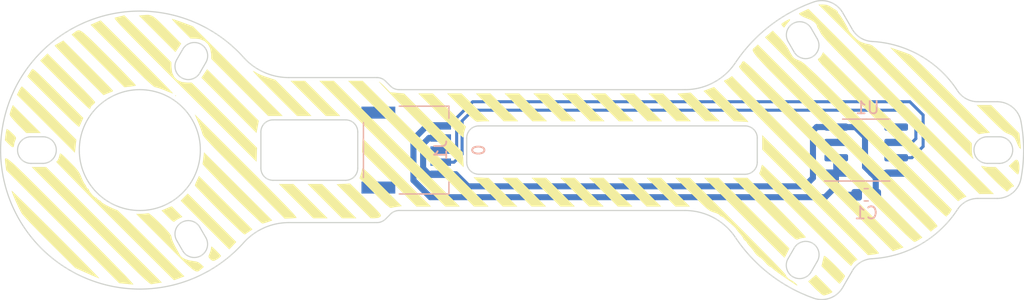
<source format=kicad_pcb>
(kicad_pcb (version 20171130) (host pcbnew "(5.1.6)-1")

  (general
    (thickness 1.6)
    (drawings 73)
    (tracks 50)
    (zones 0)
    (modules 4)
    (nets 7)
  )

  (page A4)
  (layers
    (0 F.Cu signal)
    (31 B.Cu signal)
    (32 B.Adhes user)
    (33 F.Adhes user)
    (34 B.Paste user)
    (35 F.Paste user)
    (36 B.SilkS user)
    (37 F.SilkS user)
    (38 B.Mask user)
    (39 F.Mask user)
    (40 Dwgs.User user)
    (41 Cmts.User user)
    (42 Eco1.User user)
    (43 Eco2.User user)
    (44 Edge.Cuts user)
    (45 Margin user)
    (46 B.CrtYd user)
    (47 F.CrtYd user)
    (48 B.Fab user)
    (49 F.Fab user)
  )

  (setup
    (last_trace_width 0.25)
    (trace_clearance 0.2)
    (zone_clearance 0.508)
    (zone_45_only no)
    (trace_min 0.2)
    (via_size 0.8)
    (via_drill 0.4)
    (via_min_size 0.4)
    (via_min_drill 0.3)
    (uvia_size 0.3)
    (uvia_drill 0.1)
    (uvias_allowed no)
    (uvia_min_size 0.2)
    (uvia_min_drill 0.1)
    (edge_width 0.05)
    (segment_width 0.2)
    (pcb_text_width 0.3)
    (pcb_text_size 1.5 1.5)
    (mod_edge_width 0.12)
    (mod_text_size 1 1)
    (mod_text_width 0.15)
    (pad_size 1.524 1.524)
    (pad_drill 0.762)
    (pad_to_mask_clearance 0.05)
    (aux_axis_origin 0 0)
    (visible_elements 7FFFFFFF)
    (pcbplotparams
      (layerselection 0x010f0_ffffffff)
      (usegerberextensions true)
      (usegerberattributes false)
      (usegerberadvancedattributes false)
      (creategerberjobfile true)
      (excludeedgelayer true)
      (linewidth 0.100000)
      (plotframeref false)
      (viasonmask false)
      (mode 1)
      (useauxorigin false)
      (hpglpennumber 1)
      (hpglpenspeed 20)
      (hpglpendiameter 15.000000)
      (psnegative false)
      (psa4output false)
      (plotreference true)
      (plotvalue false)
      (plotinvisibletext false)
      (padsonsilk false)
      (subtractmaskfromsilk true)
      (outputformat 1)
      (mirror false)
      (drillshape 0)
      (scaleselection 1)
      (outputdirectory "outputs/"))
  )

  (net 0 "")
  (net 1 GND)
  (net 2 SCL)
  (net 3 +3V3)
  (net 4 SDA2)
  (net 5 "Net-(U1-Pad5)")
  (net 6 "Net-(U1-Pad3)")

  (net_class Default "This is the default net class."
    (clearance 0.2)
    (trace_width 0.25)
    (via_dia 0.8)
    (via_drill 0.4)
    (uvia_dia 0.3)
    (uvia_drill 0.1)
    (add_net "Net-(U1-Pad3)")
    (add_net "Net-(U1-Pad5)")
    (add_net SCL)
    (add_net SDA2)
  )

  (net_class power ""
    (clearance 0.2)
    (trace_width 0.5)
    (via_dia 0.8)
    (via_drill 0.4)
    (uvia_dia 0.3)
    (uvia_drill 0.1)
    (add_net +3V3)
    (add_net GND)
  )

  (module Aesthetics:topmask (layer F.Cu) (tedit 0) (tstamp 61C43928)
    (at 148.8 96.7)
    (fp_text reference G*** (at 0 0) (layer F.SilkS) hide
      (effects (font (size 1.524 1.524) (thickness 0.3)))
    )
    (fp_text value LOGO (at 0.75 0) (layer F.SilkS) hide
      (effects (font (size 1.524 1.524) (thickness 0.3)))
    )
    (fp_poly (pts (xy 26.724915 9.308783) (xy 26.979061 9.567356) (xy 27.190045 9.788426) (xy 27.33817 9.950876)
      (xy 27.403743 10.03359) (xy 27.405263 10.038214) (xy 27.342143 10.093877) (xy 27.18634 10.169916)
      (xy 26.988191 10.246596) (xy 26.798033 10.304182) (xy 26.677895 10.323392) (xy 26.574853 10.272948)
      (xy 26.397172 10.136441) (xy 26.171873 9.936106) (xy 25.978455 9.747807) (xy 25.409224 9.172222)
      (xy 25.726895 8.898908) (xy 26.044566 8.625593) (xy 26.724915 9.308783)) (layer F.SilkS) (width 0.01))
    (fp_poly (pts (xy 19.58939 4.550599) (xy 20.22438 5.187499) (xy 20.827823 5.795667) (xy 21.391581 6.366724)
      (xy 21.907513 6.892287) (xy 22.367483 7.363975) (xy 22.763352 7.773408) (xy 23.08698 8.112202)
      (xy 23.33023 8.371978) (xy 23.484962 8.544353) (xy 23.543039 8.620947) (xy 23.543275 8.622448)
      (xy 23.603094 8.765316) (xy 23.750888 8.923685) (xy 23.939164 9.052129) (xy 24.032844 9.090694)
      (xy 24.141156 9.148825) (xy 24.279094 9.252259) (xy 24.409831 9.368187) (xy 24.49654 9.4638)
      (xy 24.502394 9.506289) (xy 24.499507 9.506433) (xy 24.422761 9.468578) (xy 24.266258 9.372089)
      (xy 24.159951 9.302193) (xy 23.661406 8.964525) (xy 23.229216 8.665463) (xy 22.876744 8.41458)
      (xy 22.617349 8.221449) (xy 22.464393 8.095645) (xy 22.437125 8.067688) (xy 22.315777 7.968478)
      (xy 22.246099 7.946784) (xy 22.15495 7.893614) (xy 22.005028 7.754575) (xy 21.837925 7.570259)
      (xy 21.646472 7.363967) (xy 21.464489 7.202217) (xy 21.346304 7.12753) (xy 21.199724 7.02487)
      (xy 21.040794 6.846782) (xy 20.991001 6.774332) (xy 20.816852 6.531173) (xy 20.617748 6.296543)
      (xy 20.579769 6.257277) (xy 20.43877 6.099936) (xy 20.357526 5.977632) (xy 20.349708 5.949847)
      (xy 20.291596 5.857473) (xy 20.20117 5.792983) (xy 20.083128 5.691739) (xy 20.052632 5.617055)
      (xy 20.005291 5.51371) (xy 19.882815 5.346031) (xy 19.755556 5.19883) (xy 19.596235 5.017619)
      (xy 19.488413 4.878454) (xy 19.45848 4.822044) (xy 19.405572 4.750197) (xy 19.266857 4.614667)
      (xy 19.072345 4.444771) (xy 19.072007 4.444489) (xy 18.841435 4.249684) (xy 18.630447 4.067438)
      (xy 18.504145 3.954825) (xy 18.352704 3.839183) (xy 18.234244 3.78787) (xy 18.230142 3.787719)
      (xy 18.123912 3.728319) (xy 18.097349 3.68301) (xy 18.008968 3.60791) (xy 17.82072 3.519928)
      (xy 17.625222 3.453952) (xy 17.488358 3.410768) (xy 17.362487 3.357494) (xy 17.231757 3.281037)
      (xy 17.080312 3.168303) (xy 16.892302 3.006199) (xy 16.651871 2.781633) (xy 16.343168 2.48151)
      (xy 15.950339 2.092737) (xy 15.819298 1.962417) (xy 14.445322 0.59523) (xy 15.040414 0.594691)
      (xy 15.635505 0.594152) (xy 19.58939 4.550599)) (layer F.SilkS) (width 0.01))
    (fp_poly (pts (xy -40.801081 -1.004171) (xy -40.691041 -0.940249) (xy -40.539006 -0.825632) (xy -40.339136 -0.655371)
      (xy -40.085589 -0.424517) (xy -39.772526 -0.128121) (xy -39.394105 0.238764) (xy -38.944487 0.681089)
      (xy -38.41783 1.2038) (xy -37.808294 1.811846) (xy -37.110038 2.510177) (xy -36.317223 3.303741)
      (xy -35.537912 4.083557) (xy -34.641278 4.981758) (xy -33.820322 5.806859) (xy -33.078144 6.555676)
      (xy -32.417846 7.225025) (xy -31.84253 7.811721) (xy -31.355295 8.312581) (xy -30.959244 8.72442)
      (xy -30.657478 9.044054) (xy -30.453098 9.268299) (xy -30.349204 9.39397) (xy -30.339082 9.421619)
      (xy -30.487024 9.408902) (xy -30.728852 9.385957) (xy -30.995753 9.359408) (xy -31.50408 9.307741)
      (xy -36.17052 4.635303) (xy -40.83696 -0.037134) (xy -40.886103 -0.447814) (xy -40.906494 -0.600204)
      (xy -40.925773 -0.736538) (xy -40.9381 -0.851868) (xy -40.937635 -0.941245) (xy -40.918537 -0.99972)
      (xy -40.874966 -1.022344) (xy -40.801081 -1.004171)) (layer F.SilkS) (width 0.01))
    (fp_poly (pts (xy -32.763721 4.482185) (xy -27.984891 9.261445) (xy -28.326312 9.308242) (xy -28.573524 9.345994)
      (xy -28.783785 9.38451) (xy -28.83489 9.39589) (xy -28.875855 9.390777) (xy -28.941667 9.356555)
      (xy -29.038478 9.287322) (xy -29.172439 9.177179) (xy -29.349703 9.020224) (xy -29.57642 8.810558)
      (xy -29.858743 8.54228) (xy -30.202823 8.20949) (xy -30.614811 7.806288) (xy -31.100859 7.326773)
      (xy -31.667118 6.765046) (xy -32.319741 6.115204) (xy -33.064879 5.371349) (xy -33.866454 4.569832)
      (xy -38.730861 -0.297076) (xy -37.54255 -0.297076) (xy -32.763721 4.482185)) (layer F.SilkS) (width 0.01))
    (fp_poly (pts (xy 26.775143 7.065983) (xy 26.931055 7.179567) (xy 27.176138 7.396791) (xy 27.505815 7.713805)
      (xy 27.594067 7.801368) (xy 27.880997 8.091228) (xy 28.126636 8.346517) (xy 28.313261 8.548237)
      (xy 28.423148 8.677392) (xy 28.445029 8.71353) (xy 28.405935 8.805697) (xy 28.310081 8.962133)
      (xy 28.189616 9.136614) (xy 28.076686 9.282913) (xy 28.003438 9.354805) (xy 27.998022 9.356309)
      (xy 27.934526 9.307153) (xy 27.786871 9.171166) (xy 27.575079 8.967395) (xy 27.319174 8.714883)
      (xy 27.233355 8.62902) (xy 26.507215 7.900146) (xy 26.59503 7.533553) (xy 26.651981 7.299346)
      (xy 26.698121 7.115733) (xy 26.712975 7.059889) (xy 26.775143 7.065983)) (layer F.SilkS) (width 0.01))
    (fp_poly (pts (xy -36.318957 -1.403654) (xy -36.21644 -1.328396) (xy -36.053129 -1.178299) (xy -35.812249 -0.942023)
      (xy -35.607065 -0.737784) (xy -35.288241 -0.414713) (xy -35.057183 -0.163919) (xy -34.892333 0.042875)
      (xy -34.77213 0.233946) (xy -34.675015 0.437572) (xy -34.634053 0.538407) (xy -34.523281 0.798248)
      (xy -34.41826 1.006757) (xy -34.340703 1.121081) (xy -34.337307 1.124084) (xy -34.249864 1.251867)
      (xy -34.238011 1.311132) (xy -34.178083 1.426853) (xy -34.126608 1.458523) (xy -34.028227 1.535769)
      (xy -34.015204 1.575475) (xy -33.967773 1.691526) (xy -33.850462 1.858227) (xy -33.700749 2.032155)
      (xy -33.556112 2.16989) (xy -33.454027 2.228011) (xy -33.451946 2.22807) (xy -33.3572 2.27125)
      (xy -33.346783 2.304177) (xy -33.285305 2.384005) (xy -33.161111 2.450877) (xy -33.023309 2.530102)
      (xy -32.975438 2.602395) (xy -32.913466 2.660574) (xy -32.751197 2.761005) (xy -32.524101 2.885684)
      (xy -32.267649 3.016607) (xy -32.017311 3.135771) (xy -31.808557 3.225171) (xy -31.676858 3.266804)
      (xy -31.664411 3.267836) (xy -31.601162 3.318866) (xy -31.443167 3.46544) (xy -31.200427 3.697781)
      (xy -30.882942 4.006115) (xy -30.50071 4.380667) (xy -30.063732 4.811661) (xy -29.582008 5.289323)
      (xy -29.065538 5.803877) (xy -28.862343 6.006953) (xy -26.123977 8.746069) (xy -26.544599 8.903444)
      (xy -26.768878 8.986451) (xy -26.927587 9.043477) (xy -26.981213 9.060819) (xy -27.034842 9.009495)
      (xy -27.186155 8.860378) (xy -27.427847 8.620751) (xy -27.752614 8.297894) (xy -28.153151 7.89909)
      (xy -28.622151 7.431621) (xy -29.152311 6.902768) (xy -29.736326 6.319815) (xy -30.366889 5.690041)
      (xy -31.036697 5.02073) (xy -31.738444 4.319164) (xy -31.898538 4.159064) (xy -32.604393 3.452164)
      (xy -33.277829 2.775811) (xy -33.911732 2.137258) (xy -34.498986 1.543761) (xy -35.032478 1.002575)
      (xy -35.505092 0.520953) (xy -35.909715 0.106152) (xy -36.23923 -0.234575) (xy -36.486525 -0.493973)
      (xy -36.644483 -0.664787) (xy -36.705991 -0.739762) (xy -36.705653 -0.74269) (xy -36.600525 -0.81501)
      (xy -36.502062 -1.024175) (xy -36.429494 -1.293803) (xy -36.40871 -1.375016) (xy -36.377456 -1.415413)
      (xy -36.318957 -1.403654)) (layer F.SilkS) (width 0.01))
    (fp_poly (pts (xy -40.327133 1.71044) (xy -40.175747 1.854434) (xy -39.936494 2.086826) (xy -39.617879 2.399221)
      (xy -39.228404 2.783223) (xy -38.776574 3.230434) (xy -38.270892 3.73246) (xy -37.719861 4.280904)
      (xy -37.131986 4.86737) (xy -36.723071 5.276052) (xy -36.11742 5.882743) (xy -35.54543 6.457555)
      (xy -35.015346 6.992085) (xy -34.535415 7.477928) (xy -34.113885 7.90668) (xy -33.759002 8.269937)
      (xy -33.479013 8.559295) (xy -33.282165 8.766349) (xy -33.176704 8.882696) (xy -33.161395 8.905711)
      (xy -33.252911 8.874478) (xy -33.453002 8.7933) (xy -33.734895 8.673422) (xy -34.071816 8.526088)
      (xy -34.18439 8.476088) (xy -35.133399 8.053035) (xy -37.216365 5.976079) (xy -37.684967 5.506407)
      (xy -38.128172 5.057576) (xy -38.533034 4.643039) (xy -38.886604 4.276247) (xy -39.175936 3.970653)
      (xy -39.388081 3.73971) (xy -39.510094 3.59687) (xy -39.522822 3.579657) (xy -39.618003 3.420686)
      (xy -39.743276 3.179937) (xy -39.885391 2.88696) (xy -40.031098 2.571307) (xy -40.167147 2.262525)
      (xy -40.280288 1.990166) (xy -40.35727 1.783779) (xy -40.384843 1.672913) (xy -40.382149 1.663241)
      (xy -40.327133 1.71044)) (layer F.SilkS) (width 0.01))
    (fp_poly (pts (xy -29.023333 3.552763) (xy -28.863941 3.678079) (xy -28.637488 3.877775) (xy -28.362252 4.135823)
      (xy -28.102729 4.389941) (xy -27.757626 4.738345) (xy -27.507541 5.002346) (xy -27.338797 5.198781)
      (xy -27.237716 5.344486) (xy -27.190623 5.456295) (xy -27.182456 5.522783) (xy -27.146872 5.685479)
      (xy -27.052173 5.930312) (xy -26.916437 6.212513) (xy -26.867106 6.303722) (xy -26.713882 6.580049)
      (xy -26.581318 6.821345) (xy -26.491654 6.987056) (xy -26.475176 7.018421) (xy -26.323263 7.178832)
      (xy -26.062515 7.321725) (xy -25.732634 7.429901) (xy -25.4 7.484161) (xy -25.116525 7.526377)
      (xy -24.912749 7.614331) (xy -24.755544 7.741552) (xy -24.519568 7.965458) (xy -24.723399 8.136971)
      (xy -24.825869 8.224233) (xy -24.915914 8.292409) (xy -25.003802 8.334076) (xy -25.099804 8.341808)
      (xy -25.214187 8.308182) (xy -25.357223 8.225775) (xy -25.53918 8.087162) (xy -25.770327 7.884919)
      (xy -26.060934 7.611623) (xy -26.42127 7.259851) (xy -26.861604 6.822177) (xy -27.392207 6.291178)
      (xy -27.69202 5.990913) (xy -30.095443 3.584701) (xy -29.633606 3.574261) (xy -29.378625 3.561784)
      (xy -29.181962 3.53989) (xy -29.097386 3.51785) (xy -29.023333 3.552763)) (layer F.SilkS) (width 0.01))
    (fp_poly (pts (xy 21.666204 -0.433247) (xy 21.822263 -0.28999) (xy 22.066613 -0.057585) (xy 22.391011 0.255899)
      (xy 22.787215 0.642391) (xy 23.246982 1.093822) (xy 23.762071 1.602122) (xy 24.324238 2.159222)
      (xy 24.925241 2.75705) (xy 25.556837 3.387537) (xy 25.586992 3.417694) (xy 26.218421 4.049929)
      (xy 26.817559 4.651235) (xy 27.376351 5.213444) (xy 27.886746 5.728385) (xy 28.340687 6.18789)
      (xy 28.730122 6.583787) (xy 29.046996 6.907908) (xy 29.283256 7.152083) (xy 29.430848 7.308142)
      (xy 29.481717 7.367916) (xy 29.48157 7.368236) (xy 29.396175 7.416957) (xy 29.299123 7.47011)
      (xy 29.14741 7.60322) (xy 29.077272 7.711484) (xy 28.99236 7.83645) (xy 28.928461 7.872515)
      (xy 28.864831 7.821264) (xy 28.704888 7.673052) (xy 28.457109 7.436194) (xy 28.129972 7.119001)
      (xy 27.731954 6.729786) (xy 27.271533 6.276862) (xy 26.757186 5.768543) (xy 26.197391 5.21314)
      (xy 25.600625 4.618966) (xy 25.070817 4.089823) (xy 24.317202 3.335063) (xy 23.663955 2.678431)
      (xy 23.105435 2.114013) (xy 22.635998 1.635891) (xy 22.250002 1.23815) (xy 21.941806 0.914875)
      (xy 21.705765 0.660149) (xy 21.536239 0.468058) (xy 21.427584 0.332685) (xy 21.374159 0.248114)
      (xy 21.369561 0.209268) (xy 21.436218 0.074207) (xy 21.495211 -0.130933) (xy 21.502651 -0.167926)
      (xy 21.548759 -0.356137) (xy 21.597055 -0.469705) (xy 21.606678 -0.479286) (xy 21.666204 -0.433247)) (layer F.SilkS) (width 0.01))
    (fp_poly (pts (xy -23.79746 6.333007) (xy -23.648878 6.469904) (xy -23.50614 6.609942) (xy -23.312444 6.80656)
      (xy -23.168428 6.962901) (xy -23.100002 7.050568) (xy -23.097661 7.057619) (xy -23.155158 7.134316)
      (xy -23.295461 7.246869) (xy -23.470284 7.361283) (xy -23.631342 7.443565) (xy -23.661087 7.454283)
      (xy -23.821121 7.446319) (xy -23.988777 7.315616) (xy -24.098496 7.18638) (xy -24.1237 7.082433)
      (xy -24.072058 6.935936) (xy -24.039506 6.866792) (xy -23.95572 6.639291) (xy -23.915288 6.427735)
      (xy -23.91462 6.405719) (xy -23.908784 6.311687) (xy -23.876913 6.283859) (xy -23.79746 6.333007)) (layer F.SilkS) (width 0.01))
    (fp_poly (pts (xy 20.932602 3.516518) (xy 23.854265 6.438883) (xy 23.660385 6.821488) (xy 23.553428 7.027071)
      (xy 23.475852 7.165954) (xy 23.448875 7.204094) (xy 23.394724 7.15302) (xy 23.244531 7.005714)
      (xy 23.007214 6.771048) (xy 22.691689 6.457893) (xy 22.306875 6.075121) (xy 21.861689 5.631605)
      (xy 21.365049 5.136217) (xy 20.825873 4.597828) (xy 20.253078 4.025311) (xy 20.126901 3.899123)
      (xy 16.822556 0.594152) (xy 18.010939 0.594152) (xy 20.932602 3.516518)) (layer F.SilkS) (width 0.01))
    (fp_poly (pts (xy 26.475144 1.929238) (xy 27.356927 2.812455) (xy 28.155604 3.615543) (xy 28.86863 4.335884)
      (xy 29.49346 4.970858) (xy 30.027549 5.517843) (xy 30.468354 5.974221) (xy 30.813329 6.337371)
      (xy 31.059929 6.604674) (xy 31.205611 6.77351) (xy 31.247828 6.841259) (xy 31.246928 6.842103)
      (xy 31.125822 6.878635) (xy 30.912436 6.918391) (xy 30.747369 6.941125) (xy 30.338889 6.98972)
      (xy 21.612281 -1.74579) (xy 21.612281 -2.9332) (xy 26.475144 1.929238)) (layer F.SilkS) (width 0.01))
    (fp_poly (pts (xy 33.272196 6.35) (xy 32.4009 6.666984) (xy 25.400062 -0.334149) (xy 24.446473 -1.288772)
      (xy 23.546622 -2.191584) (xy 22.704919 -3.038092) (xy 21.925773 -3.8238) (xy 21.213592 -4.544215)
      (xy 20.572785 -5.194843) (xy 20.007762 -5.771189) (xy 19.522931 -6.268759) (xy 19.1227 -6.68306)
      (xy 18.811479 -7.009596) (xy 18.593677 -7.243874) (xy 18.473701 -7.381399) (xy 18.450486 -7.418225)
      (xy 18.549478 -7.4962) (xy 18.578737 -7.50117) (xy 18.685709 -7.541119) (xy 18.849129 -7.639363)
      (xy 18.879293 -7.660364) (xy 19.10286 -7.819558) (xy 33.272196 6.35)) (layer F.SilkS) (width 0.01))
    (fp_poly (pts (xy -23.841305 3.901176) (xy -21.840761 5.904386) (xy -22.412885 6.512388) (xy -26.421081 2.488012)
      (xy -26.131465 2.192989) (xy -25.841848 1.897966) (xy -23.841305 3.901176)) (layer F.SilkS) (width 0.01))
    (fp_poly (pts (xy 20.069815 -9.051957) (xy 20.125609 -9.022688) (xy 20.211241 -8.960881) (xy 20.331643 -8.86174)
      (xy 20.491747 -8.720469) (xy 20.696484 -8.532272) (xy 20.950788 -8.292355) (xy 21.259588 -7.99592)
      (xy 21.627818 -7.638173) (xy 22.060409 -7.214317) (xy 22.562293 -6.719557) (xy 23.138403 -6.149096)
      (xy 23.793669 -5.49814) (xy 24.533023 -4.761892) (xy 25.361398 -3.935557) (xy 26.283726 -3.014338)
      (xy 27.304938 -1.993441) (xy 27.502059 -1.796302) (xy 34.830359 5.533041) (xy 34.589887 5.692567)
      (xy 34.391614 5.81005) (xy 34.219329 5.889876) (xy 34.200095 5.896167) (xy 34.162683 5.886647)
      (xy 34.092526 5.841668) (xy 33.984895 5.756622) (xy 33.835064 5.626901) (xy 33.638306 5.447899)
      (xy 33.389893 5.215009) (xy 33.085099 4.923623) (xy 32.719195 4.569134) (xy 32.287456 4.146936)
      (xy 31.785153 3.652421) (xy 31.20756 3.080982) (xy 30.54995 2.428013) (xy 29.807594 1.688905)
      (xy 28.975768 0.859052) (xy 28.049742 -0.066154) (xy 27.02479 -1.091319) (xy 26.810329 -1.305934)
      (xy 25.794049 -2.323086) (xy 24.877756 -3.240444) (xy 24.05641 -4.063252) (xy 23.32497 -4.796755)
      (xy 22.678397 -5.446198) (xy 22.111652 -6.016826) (xy 21.619695 -6.513882) (xy 21.197486 -6.942612)
      (xy 20.839986 -7.308259) (xy 20.542154 -7.61607) (xy 20.298953 -7.871288) (xy 20.105341 -8.079158)
      (xy 19.956279 -8.244924) (xy 19.846728 -8.373832) (xy 19.771648 -8.471125) (xy 19.725999 -8.542049)
      (xy 19.704742 -8.591848) (xy 19.702837 -8.625767) (xy 19.715245 -8.649049) (xy 19.736925 -8.666941)
      (xy 19.736989 -8.666985) (xy 19.861461 -8.78592) (xy 19.904094 -8.881592) (xy 19.962563 -8.994959)
      (xy 20.038927 -9.053484) (xy 20.069815 -9.051957)) (layer F.SilkS) (width 0.01))
    (fp_poly (pts (xy 22.82246 3.029765) (xy 23.315732 3.525393) (xy 23.773307 3.989388) (xy 24.185084 4.411202)
      (xy 24.540962 4.780284) (xy 24.83084 5.086087) (xy 25.044617 5.318062) (xy 25.172193 5.46566)
      (xy 25.204836 5.517777) (xy 25.097364 5.557787) (xy 24.960575 5.570633) (xy 24.747646 5.606372)
      (xy 24.573539 5.672929) (xy 24.527485 5.694278) (xy 24.479418 5.702554) (xy 24.420052 5.68946)
      (xy 24.3401 5.646697) (xy 24.230278 5.565968) (xy 24.081301 5.438975) (xy 23.883882 5.25742)
      (xy 23.628736 5.013006) (xy 23.306578 4.697435) (xy 22.908122 4.302409) (xy 22.424082 3.819631)
      (xy 21.845174 3.240802) (xy 21.788849 3.18446) (xy 19.199334 0.594152) (xy 20.387686 0.594152)
      (xy 22.82246 3.029765)) (layer F.SilkS) (width 0.01))
    (fp_poly (pts (xy -22.705701 2.657797) (xy -20.500436 4.86462) (xy -20.77785 5.046586) (xy -20.965174 5.17053)
      (xy -21.10464 5.264699) (xy -21.133259 5.284738) (xy -21.203679 5.247339) (xy -21.368722 5.111578)
      (xy -21.619582 4.885704) (xy -21.947451 4.577964) (xy -22.343522 4.196606) (xy -22.798988 3.749879)
      (xy -23.231359 3.319818) (xy -23.681141 2.86794) (xy -24.096063 2.447474) (xy -24.464727 2.070244)
      (xy -24.775736 1.748072) (xy -25.017694 1.49278) (xy -25.179204 1.316191) (xy -25.24887 1.230129)
      (xy -25.250783 1.224941) (xy -25.220091 1.12041) (xy -25.142307 0.9336) (xy -25.080535 0.801071)
      (xy -24.910966 0.450973) (xy -22.705701 2.657797)) (layer F.SilkS) (width 0.01))
    (fp_poly (pts (xy 28.726413 -2.943089) (xy 29.766794 -1.901625) (xy 30.706848 -0.960012) (xy 31.551441 -0.11323)
      (xy 32.305438 0.643741) (xy 32.973705 1.315922) (xy 33.561109 1.908331) (xy 34.072515 2.425991)
      (xy 34.512788 2.87392) (xy 34.886796 3.257139) (xy 35.199402 3.580667) (xy 35.455475 3.849526)
      (xy 35.659878 4.068735) (xy 35.817479 4.243314) (xy 35.933142 4.378283) (xy 36.011735 4.478663)
      (xy 36.058122 4.549474) (xy 36.077169 4.595735) (xy 36.073743 4.622467) (xy 36.06622 4.629429)
      (xy 35.909161 4.738079) (xy 35.727559 4.877925) (xy 35.727035 4.878352) (xy 35.52777 5.040622)
      (xy 28.116285 -2.371142) (xy 27.078955 -3.40821) (xy 26.141503 -4.345159) (xy 25.299166 -5.187297)
      (xy 24.547185 -5.939929) (xy 23.880799 -6.608363) (xy 23.295247 -7.197905) (xy 22.785769 -7.713861)
      (xy 22.347603 -8.161539) (xy 21.975989 -8.546245) (xy 21.666165 -8.873285) (xy 21.413373 -9.147966)
      (xy 21.21285 -9.375596) (xy 21.059835 -9.561479) (xy 20.949569 -9.710924) (xy 20.87729 -9.829237)
      (xy 20.838238 -9.921724) (xy 20.827651 -9.993691) (xy 20.84077 -10.050447) (xy 20.872833 -10.097297)
      (xy 20.91908 -10.139548) (xy 20.974749 -10.182506) (xy 21.03508 -10.231478) (xy 21.051318 -10.246202)
      (xy 21.246685 -10.428954) (xy 28.726413 -2.943089)) (layer F.SilkS) (width 0.01))
    (fp_poly (pts (xy -18.864077 4.121447) (xy -19.21698 4.245903) (xy -19.444661 4.319793) (xy -19.625792 4.367389)
      (xy -19.681708 4.376115) (xy -19.755445 4.326164) (xy -19.922581 4.180839) (xy -20.17224 3.950549)
      (xy -20.493544 3.645704) (xy -20.875616 3.276713) (xy -21.30758 2.853985) (xy -21.778559 2.38793)
      (xy -22.217317 1.949561) (xy -22.710222 1.452874) (xy -23.168502 0.987115) (xy -23.581899 0.562995)
      (xy -23.940155 0.191228) (xy -24.233011 -0.117476) (xy -24.450209 -0.352404) (xy -24.58149 -0.502844)
      (xy -24.617753 -0.557017) (xy -24.597302 -0.666626) (xy -24.568458 -0.873685) (xy -24.544817 -1.069764)
      (xy -24.495227 -1.508241) (xy -18.864077 4.121447)) (layer F.SilkS) (width 0.01))
    (fp_poly (pts (xy -26.729857 3.386152) (xy -26.29028 3.821142) (xy -26.569263 3.960399) (xy -26.765118 4.072083)
      (xy -26.906733 4.177395) (xy -26.928073 4.200034) (xy -26.987135 4.227278) (xy -27.084657 4.184074)
      (xy -27.239667 4.057202) (xy -27.471194 3.833443) (xy -27.505794 3.798676) (xy -28.003686 3.296939)
      (xy -27.169434 2.951161) (xy -26.729857 3.386152)) (layer F.SilkS) (width 0.01))
    (fp_poly (pts (xy -20.981365 -0.371345) (xy -20.190028 0.420206) (xy -19.498887 1.113314) (xy -18.902356 1.713811)
      (xy -18.39485 2.227531) (xy -17.970781 2.660307) (xy -17.624565 3.017971) (xy -17.350614 3.306357)
      (xy -17.143343 3.531297) (xy -16.997166 3.698625) (xy -16.906495 3.814173) (xy -16.865745 3.883775)
      (xy -16.869331 3.913263) (xy -16.876345 3.915037) (xy -17.048143 3.928317) (xy -17.296208 3.94424)
      (xy -17.435038 3.952172) (xy -17.825338 3.973392) (xy -21.202866 0.594152) (xy -21.898173 -0.102358)
      (xy -22.494931 -0.702263) (xy -23.000371 -1.213243) (xy -23.421723 -1.642971) (xy -23.766216 -1.999127)
      (xy -24.041081 -2.289386) (xy -24.253547 -2.521425) (xy -24.410845 -2.702921) (xy -24.520205 -2.841551)
      (xy -24.588857 -2.944991) (xy -24.62403 -3.020918) (xy -24.630293 -3.045029) (xy -24.681713 -3.227939)
      (xy -24.777696 -3.500338) (xy -24.901587 -3.816378) (xy -24.967485 -3.973392) (xy -25.254777 -4.641813)
      (xy -20.981365 -0.371345)) (layer F.SilkS) (width 0.01))
    (fp_poly (pts (xy -15.707894 2.525146) (xy -14.298249 3.936257) (xy -15.486554 3.936257) (xy -18.305844 1.114035)
      (xy -17.11754 1.114035) (xy -15.707894 2.525146)) (layer F.SilkS) (width 0.01))
    (fp_poly (pts (xy -11.921641 3.936257) (xy -13.109945 3.936257) (xy -15.929235 1.114035) (xy -14.740931 1.114035)
      (xy -11.921641 3.936257)) (layer F.SilkS) (width 0.01))
    (fp_poly (pts (xy -11.124195 2.369843) (xy -10.717889 2.772348) (xy -10.40688 3.084376) (xy -10.180132 3.31916)
      (xy -10.026608 3.489935) (xy -9.935268 3.609936) (xy -9.895076 3.692396) (xy -9.894995 3.750551)
      (xy -9.923985 3.797634) (xy -9.928835 3.803104) (xy -10.103766 3.904102) (xy -10.391337 3.936257)
      (xy -10.733337 3.936257) (xy -12.136451 2.531684) (xy -13.539566 1.12711) (xy -12.440058 1.069736)
      (xy -11.124195 2.369843)) (layer F.SilkS) (width 0.01))
    (fp_poly (pts (xy 23.006989 -11.042497) (xy 23.381115 -10.621392) (xy 23.689846 -10.190404) (xy 23.806172 -9.989181)
      (xy 23.97825 -9.669457) (xy 24.114313 -9.453504) (xy 24.243488 -9.311603) (xy 24.394904 -9.214035)
      (xy 24.597689 -9.131078) (xy 24.673258 -9.104472) (xy 24.738576 -9.078405) (xy 24.811695 -9.040359)
      (xy 24.898585 -8.984608) (xy 25.005217 -8.905426) (xy 25.137563 -8.797086) (xy 25.301593 -8.653862)
      (xy 25.503278 -8.470027) (xy 25.748589 -8.239855) (xy 26.043497 -7.95762) (xy 26.393972 -7.617594)
      (xy 26.805985 -7.214052) (xy 27.285507 -6.741266) (xy 27.838509 -6.193512) (xy 28.470962 -5.565061)
      (xy 29.188837 -4.850188) (xy 29.998104 -4.043167) (xy 30.904735 -3.13827) (xy 31.164494 -2.878919)
      (xy 37.263198 3.210522) (xy 37.156277 3.424852) (xy 37.062553 3.572932) (xy 36.981509 3.638957)
      (xy 36.978132 3.639181) (xy 36.898216 3.699827) (xy 36.852367 3.786623) (xy 36.832248 3.794894)
      (xy 36.784797 3.773115) (xy 36.705243 3.716637) (xy 36.588811 3.620815) (xy 36.430731 3.481)
      (xy 36.226229 3.292547) (xy 35.970532 3.050806) (xy 35.658867 2.751132) (xy 35.286463 2.388877)
      (xy 34.848545 1.959393) (xy 34.340343 1.458035) (xy 33.757082 0.880153) (xy 33.093991 0.221102)
      (xy 32.346296 -0.523767) (xy 31.509224 -1.359099) (xy 30.578004 -2.289543) (xy 29.547862 -3.319746)
      (xy 29.320274 -3.547441) (xy 21.842723 -11.028947) (xy 22.161392 -11.302439) (xy 22.48006 -11.57593)
      (xy 23.006989 -11.042497)) (layer F.SilkS) (width 0.01))
    (fp_poly (pts (xy -11.375737 -0.179078) (xy -11.281292 -0.117695) (xy -11.132382 0.006625) (xy -10.919143 0.202599)
      (xy -10.631712 0.478946) (xy -10.260224 0.844384) (xy -9.802116 1.300341) (xy -8.166805 2.933626)
      (xy -8.520976 2.980957) (xy -8.765752 3.019501) (xy -8.968494 3.061297) (xy -9.023684 3.076561)
      (xy -9.090313 3.074215) (xy -9.189154 3.024451) (xy -9.332705 2.916503) (xy -9.533461 2.7396)
      (xy -9.803918 2.482975) (xy -10.156571 2.13586) (xy -10.414424 1.87806) (xy -11.656626 0.631287)
      (xy -11.550286 0.334211) (xy -11.480937 0.098738) (xy -11.4429 -0.11092) (xy -11.440687 -0.147905)
      (xy -11.425581 -0.186242) (xy -11.375737 -0.179078)) (layer F.SilkS) (width 0.01))
    (fp_poly (pts (xy -8.578436 0.147752) (xy -5.756581 2.97076) (xy -6.945065 2.97076) (xy -11.444205 -1.530194)
      (xy -11.422249 -2.102725) (xy -11.400292 -2.675256) (xy -8.578436 0.147752)) (layer F.SilkS) (width 0.01))
    (fp_poly (pts (xy -8.57807 -2.22807) (xy -3.379637 2.97076) (xy -4.567941 2.97076) (xy -9.766374 -2.22807)
      (xy -14.964807 -7.426901) (xy -13.776502 -7.426901) (xy -8.57807 -2.22807)) (layer F.SilkS) (width 0.01))
    (fp_poly (pts (xy -6.201462 -2.22807) (xy -1.003029 2.97076) (xy -2.191333 2.97076) (xy -7.389766 -2.22807)
      (xy -12.588198 -7.426901) (xy -11.399894 -7.426901) (xy -6.201462 -2.22807)) (layer F.SilkS) (width 0.01))
    (fp_poly (pts (xy -1.608917 0.580684) (xy -0.990706 0.604351) (xy 0.190765 1.787556) (xy 1.372236 2.97076)
      (xy 0.183984 2.97076) (xy -1.021571 1.763889) (xy -2.227127 0.557018) (xy -1.608917 0.580684)) (layer F.SilkS) (width 0.01))
    (fp_poly (pts (xy 3.748844 2.97076) (xy 2.56054 2.97076) (xy 0.187414 0.594152) (xy 1.375718 0.594152)
      (xy 3.748844 2.97076)) (layer F.SilkS) (width 0.01))
    (fp_poly (pts (xy 6.125452 2.97076) (xy 4.937148 2.97076) (xy 2.564022 0.594152) (xy 3.752326 0.594152)
      (xy 6.125452 2.97076)) (layer F.SilkS) (width 0.01))
    (fp_poly (pts (xy 8.50206 2.97076) (xy 7.313756 2.97076) (xy 4.94063 0.594152) (xy 6.128934 0.594152)
      (xy 8.50206 2.97076)) (layer F.SilkS) (width 0.01))
    (fp_poly (pts (xy 9.692106 1.782456) (xy 10.878668 2.97076) (xy 9.690364 2.97076) (xy 7.317238 0.594152)
      (xy 8.505543 0.594152) (xy 9.692106 1.782456)) (layer F.SilkS) (width 0.01))
    (fp_poly (pts (xy 13.255277 2.97076) (xy 12.066973 2.97076) (xy 9.693847 0.594152) (xy 10.882151 0.594152)
      (xy 13.255277 2.97076)) (layer F.SilkS) (width 0.01))
    (fp_poly (pts (xy 15.631885 2.97076) (xy 14.443581 2.97076) (xy 12.070455 0.594152) (xy 13.258759 0.594152)
      (xy 15.631885 2.97076)) (layer F.SilkS) (width 0.01))
    (fp_poly (pts (xy 32.610127 -3.81882) (xy 33.39088 -3.037055) (xy 34.139918 -2.285155) (xy 34.850793 -1.569692)
      (xy 35.517057 -0.897239) (xy 36.132262 -0.274369) (xy 36.68996 0.292347) (xy 37.183701 0.796336)
      (xy 37.607039 1.231024) (xy 37.953524 1.589841) (xy 38.216709 1.866213) (xy 38.390145 2.053567)
      (xy 38.467384 2.145332) (xy 38.469845 2.153801) (xy 38.342229 2.193427) (xy 38.156241 2.292872)
      (xy 38.084046 2.339474) (xy 37.914729 2.451392) (xy 37.805774 2.517516) (xy 37.788121 2.525146)
      (xy 37.733691 2.473717) (xy 37.58097 2.323874) (xy 37.336649 2.082283) (xy 37.00742 1.755611)
      (xy 36.599976 1.350525) (xy 36.121007 0.873691) (xy 35.577207 0.331775) (xy 34.975268 -0.268555)
      (xy 34.321881 -0.920633) (xy 33.623738 -1.617793) (xy 32.887531 -2.353368) (xy 32.119953 -3.120691)
      (xy 31.916383 -3.324259) (xy 31.005399 -4.235525) (xy 30.194115 -5.047694) (xy 29.477017 -5.766515)
      (xy 28.848588 -6.397739) (xy 28.303314 -6.947116) (xy 27.835679 -7.420397) (xy 27.440166 -7.82333)
      (xy 27.111261 -8.161666) (xy 26.843447 -8.441156) (xy 26.63121 -8.667549) (xy 26.469033 -8.846596)
      (xy 26.351401 -8.984047) (xy 26.272799 -9.085651) (xy 26.22771 -9.157159) (xy 26.210619 -9.204321)
      (xy 26.216011 -9.232887) (xy 26.234981 -9.247212) (xy 26.383466 -9.363487) (xy 26.514509 -9.544919)
      (xy 26.520242 -9.556101) (xy 26.637852 -9.791441) (xy 32.610127 -3.81882)) (layer F.SilkS) (width 0.01))
    (fp_poly (pts (xy 40.73646 1.930994) (xy 39.547928 1.930994) (xy 33.070702 -4.548977) (xy 32.07707 -5.54355)
      (xy 31.183938 -6.438722) (xy 30.386301 -7.239647) (xy 29.679153 -7.951481) (xy 29.057489 -8.579381)
      (xy 28.516305 -9.128501) (xy 28.050594 -9.603996) (xy 27.655352 -10.011023) (xy 27.325573 -10.354737)
      (xy 27.056253 -10.640294) (xy 26.842386 -10.872849) (xy 26.678967 -11.057557) (xy 26.56099 -11.199575)
      (xy 26.483452 -11.304057) (xy 26.441345 -11.37616) (xy 26.440237 -11.378649) (xy 26.339136 -11.587479)
      (xy 26.250124 -11.734719) (xy 26.214845 -11.772944) (xy 26.152215 -11.877426) (xy 26.14269 -11.947798)
      (xy 26.075414 -12.119838) (xy 25.89386 -12.301467) (xy 25.62844 -12.468684) (xy 25.325731 -12.592512)
      (xy 25.089143 -12.682977) (xy 24.876152 -12.792052) (xy 24.718863 -12.899313) (xy 24.649384 -12.984337)
      (xy 24.661436 -13.015062) (xy 24.741894 -13.056384) (xy 24.913614 -13.139078) (xy 25.060338 -13.208204)
      (xy 25.426231 -13.379235) (xy 40.73646 1.930994)) (layer F.SilkS) (width 0.01))
    (fp_poly (pts (xy 39.808802 -0.371169) (xy 40.036825 -0.32798) (xy 40.326935 -0.301276) (xy 40.477445 -0.297076)
      (xy 40.887742 -0.297076) (xy 41.647672 0.465449) (xy 41.917401 0.739662) (xy 42.144987 0.977822)
      (xy 42.311771 1.15987) (xy 42.399098 1.265751) (xy 42.407603 1.282409) (xy 42.347549 1.331427)
      (xy 42.30159 1.336842) (xy 42.18187 1.390596) (xy 42.060215 1.507441) (xy 41.93523 1.648276)
      (xy 41.845632 1.726217) (xy 41.77206 1.690353) (xy 41.611354 1.562749) (xy 41.379968 1.358121)
      (xy 41.09436 1.091183) (xy 40.770983 0.776652) (xy 40.658433 0.664566) (xy 40.293314 0.297107)
      (xy 40.025123 0.021913) (xy 39.844462 -0.172472) (xy 39.741931 -0.297506) (xy 39.708133 -0.364646)
      (xy 39.733668 -0.385349) (xy 39.808802 -0.371169)) (layer F.SilkS) (width 0.01))
    (fp_poly (pts (xy 42.65725 -0.887824) (xy 42.723246 -0.837272) (xy 42.800836 -0.687728) (xy 42.84293 -0.442736)
      (xy 42.846349 -0.151825) (xy 42.807919 0.135475) (xy 42.790112 0.205458) (xy 42.758561 0.28544)
      (xy 42.709317 0.300944) (xy 42.617431 0.239638) (xy 42.457956 0.089191) (xy 42.362438 -0.005928)
      (xy 41.983062 -0.385637) (xy 42.288169 -0.670256) (xy 42.466021 -0.828936) (xy 42.576569 -0.896668)
      (xy 42.65725 -0.887824)) (layer F.SilkS) (width 0.01))
    (fp_poly (pts (xy -9.916886 -7.265451) (xy -9.726456 -7.096402) (xy -9.517291 -6.888283) (xy -9.508086 -6.878576)
      (xy -9.131374 -6.48026) (xy -8.553368 -6.429839) (xy -7.975361 -6.379419) (xy -3.135839 -1.522515)
      (xy -3.088696 -0.909795) (xy -3.069431 -0.629581) (xy -3.059164 -0.416692) (xy -3.059386 -0.305562)
      (xy -3.062149 -0.297076) (xy -3.116691 -0.34826) (xy -3.267503 -0.496116) (xy -3.506008 -0.732095)
      (xy -3.823627 -1.047651) (xy -4.211785 -1.434238) (xy -4.661904 -1.883307) (xy -5.165407 -2.386313)
      (xy -5.713718 -2.934707) (xy -6.298259 -3.519944) (xy -6.647366 -3.86974) (xy -7.243808 -4.468681)
      (xy -7.804299 -5.033771) (xy -8.320803 -5.556762) (xy -8.785284 -6.02941) (xy -9.189707 -6.443468)
      (xy -9.526035 -6.790691) (xy -9.786233 -7.062832) (xy -9.962265 -7.251646) (xy -10.046094 -7.348886)
      (xy -10.048393 -7.359648) (xy -9.916886 -7.265451)) (layer F.SilkS) (width 0.01))
    (fp_poly (pts (xy -29.139061 -10.905803) (xy -27.196544 -8.964546) (xy -27.193662 -8.592498) (xy -27.135444 -8.11947)
      (xy -26.970515 -7.74912) (xy -26.701292 -7.483901) (xy -26.330196 -7.326265) (xy -25.897439 -7.278363)
      (xy -25.51064 -7.278363) (xy -22.81538 -4.582343) (xy -20.120119 -1.886324) (xy -20.142077 -1.313913)
      (xy -20.164035 -0.741503) (xy -26.10056 -6.678796) (xy -27.016294 -7.594772) (xy -27.832402 -8.411528)
      (xy -28.554362 -9.1348) (xy -29.187656 -9.770324) (xy -29.737764 -10.323837) (xy -30.210164 -10.801076)
      (xy -30.610339 -11.207778) (xy -30.943766 -11.549678) (xy -31.215928 -11.832514) (xy -31.432303 -12.062022)
      (xy -31.598372 -12.24394) (xy -31.719615 -12.384002) (xy -31.801511 -12.487947) (xy -31.849542 -12.561511)
      (xy -31.869187 -12.610431) (xy -31.865926 -12.640442) (xy -31.845239 -12.657283) (xy -31.819274 -12.665252)
      (xy -31.588265 -12.719654) (xy -31.34152 -12.780737) (xy -31.081579 -12.847059) (xy -29.139061 -10.905803)) (layer F.SilkS) (width 0.01))
    (fp_poly (pts (xy 26.93877 -13.711689) (xy 27.179458 -13.612826) (xy 27.264309 -13.555989) (xy 27.468315 -13.418827)
      (xy 27.652951 -13.312564) (xy 27.683772 -13.297886) (xy 27.81245 -13.200796) (xy 27.850877 -13.114008)
      (xy 27.907932 -12.981565) (xy 27.951367 -12.945065) (xy 28.028277 -12.858607) (xy 28.152735 -12.67763)
      (xy 28.303417 -12.43812) (xy 28.459 -12.176065) (xy 28.598159 -11.927449) (xy 28.699568 -11.72826)
      (xy 28.741905 -11.614483) (xy 28.742106 -11.61064) (xy 28.789962 -11.525748) (xy 28.916672 -11.366299)
      (xy 29.096944 -11.163648) (xy 29.137768 -11.120092) (xy 29.439359 -10.839187) (xy 29.747149 -10.646236)
      (xy 30.111276 -10.515898) (xy 30.487427 -10.437907) (xy 30.548987 -10.42228) (xy 30.620827 -10.390383)
      (xy 30.710291 -10.335297) (xy 30.82472 -10.250105) (xy 30.971457 -10.127889) (xy 31.157845 -9.961731)
      (xy 31.391228 -9.744714) (xy 31.678947 -9.469919) (xy 32.028345 -9.130428) (xy 32.446765 -8.719325)
      (xy 32.941549 -8.22969) (xy 33.520041 -7.654607) (xy 34.189583 -6.987157) (xy 34.850731 -6.327088)
      (xy 38.916959 -2.265711) (xy 38.916959 -1.759259) (xy 38.927923 -1.478929) (xy 38.95657 -1.242706)
      (xy 38.993841 -1.109152) (xy 39.046033 -0.996388) (xy 39.049381 -0.965497) (xy 38.995204 -1.016971)
      (xy 38.842436 -1.167139) (xy 38.597478 -1.409623) (xy 38.26673 -1.738044) (xy 37.856592 -2.146022)
      (xy 37.373464 -2.627178) (xy 36.823746 -3.175133) (xy 36.213839 -3.783508) (xy 35.550142 -4.445923)
      (xy 34.839057 -5.156) (xy 34.086982 -5.90736) (xy 33.300318 -6.693622) (xy 32.641228 -7.352632)
      (xy 26.254418 -13.739766) (xy 26.633185 -13.739766) (xy 26.93877 -13.711689)) (layer F.SilkS) (width 0.01))
    (fp_poly (pts (xy -39.481181 -6.912966) (xy -39.321204 -6.772098) (xy -39.079201 -6.54719) (xy -38.766407 -6.249005)
      (xy -38.394058 -5.888304) (xy -37.973389 -5.475851) (xy -37.515633 -5.022408) (xy -37.259732 -4.767048)
      (xy -35.046184 -2.552578) (xy -35.166374 -1.483416) (xy -37.557169 -3.879573) (xy -39.947965 -6.275731)
      (xy -39.78524 -6.606137) (xy -39.676822 -6.802146) (xy -39.582579 -6.932062) (xy -39.547897 -6.95903)
      (xy -39.481181 -6.912966)) (layer F.SilkS) (width 0.01))
    (fp_poly (pts (xy 41.680884 -4.251901) (xy 42.846284 -3.082164) (xy 42.913645 -2.450877) (xy 42.942481 -2.163453)
      (xy 42.961462 -1.939727) (xy 42.967748 -1.814854) (xy 42.966169 -1.800568) (xy 42.914561 -1.834237)
      (xy 42.843374 -1.911972) (xy 42.75063 -2.066062) (xy 42.656218 -2.284341) (xy 42.636894 -2.339474)
      (xy 42.474268 -2.683222) (xy 42.239153 -2.913671) (xy 41.919694 -3.054569) (xy 41.790126 -3.105181)
      (xy 41.645155 -3.191031) (xy 41.468443 -3.325915) (xy 41.243648 -3.523628) (xy 40.954431 -3.797965)
      (xy 40.584452 -4.162722) (xy 40.461038 -4.286062) (xy 39.327236 -5.421637) (xy 40.515484 -5.421637)
      (xy 41.680884 -4.251901)) (layer F.SilkS) (width 0.01))
    (fp_poly (pts (xy -40.730813 -3.420404) (xy -40.587898 -3.320001) (xy -40.399958 -3.153159) (xy -40.364742 -3.118841)
      (xy -40.165824 -2.917917) (xy -40.057574 -2.786146) (xy -40.023368 -2.689961) (xy -40.046581 -2.595795)
      (xy -40.076082 -2.53599) (xy -40.152736 -2.340799) (xy -40.180212 -2.190936) (xy -40.204275 -2.001703)
      (xy -40.278011 -1.937166) (xy -40.411837 -1.997231) (xy -40.616175 -2.181804) (xy -40.621253 -2.186969)
      (xy -40.943793 -2.515614) (xy -40.894043 -2.938913) (xy -40.85956 -3.182327) (xy -40.822777 -3.366357)
      (xy -40.800114 -3.433694) (xy -40.730813 -3.420404)) (layer F.SilkS) (width 0.01))
    (fp_poly (pts (xy -4.235458 -5.015285) (xy -2.865113 -3.643436) (xy -2.955071 -3.394662) (xy -3.018228 -3.162383)
      (xy -3.045022 -2.949451) (xy -3.045029 -2.94692) (xy -3.063137 -2.801029) (xy -3.101299 -2.747953)
      (xy -3.165156 -2.798665) (xy -3.321273 -2.942791) (xy -3.557274 -3.16832) (xy -3.860784 -3.463239)
      (xy -4.219427 -3.815538) (xy -4.620826 -4.213204) (xy -4.976023 -4.567544) (xy -6.794477 -6.387134)
      (xy -5.605804 -6.387134) (xy -4.235458 -5.015285)) (layer F.SilkS) (width 0.01))
    (fp_poly (pts (xy 32.940198 -9.926404) (xy 33.27594 -9.809466) (xy 33.581072 -9.695976) (xy 33.813717 -9.601872)
      (xy 33.905695 -9.558934) (xy 33.997091 -9.486171) (xy 34.183153 -9.317499) (xy 34.453993 -9.062515)
      (xy 34.799724 -8.730818) (xy 35.210457 -8.332006) (xy 35.676304 -7.875677) (xy 36.187378 -7.371429)
      (xy 36.733789 -6.828861) (xy 37.271591 -6.291693) (xy 40.416573 -3.141548) (xy 40.019544 -3.099406)
      (xy 39.773632 -3.067567) (xy 39.578821 -3.032213) (xy 39.511111 -3.013385) (xy 39.442923 -3.047362)
      (xy 39.289219 -3.171359) (xy 39.047743 -3.387541) (xy 38.716238 -3.698071) (xy 38.292448 -4.105112)
      (xy 37.774115 -4.610828) (xy 37.158982 -5.217382) (xy 36.444793 -5.926938) (xy 35.797661 -6.573143)
      (xy 32.195614 -10.176779) (xy 32.940198 -9.926404)) (layer F.SilkS) (width 0.01))
    (fp_poly (pts (xy -39.138706 -4.269406) (xy -37.990394 -3.119298) (xy -39.179834 -3.119298) (xy -39.865355 -3.807682)
      (xy -40.161218 -4.116564) (xy -40.381504 -4.371229) (xy -40.513422 -4.55599) (xy -40.546727 -4.643208)
      (xy -40.516826 -4.801225) (xy -40.446768 -5.021894) (xy -40.414798 -5.104932) (xy -40.287017 -5.419513)
      (xy -39.138706 -4.269406)) (layer F.SilkS) (width 0.01))
    (fp_poly (pts (xy -22.108891 -6.252464) (xy -19.977761 -4.120384) (xy -20.164035 -3.116856) (xy -22.437407 -5.401849)
      (xy -24.71078 -7.686842) (xy -24.4754 -8.035694) (xy -24.240021 -8.384545) (xy -22.108891 -6.252464)) (layer F.SilkS) (width 0.01))
    (fp_poly (pts (xy -38.58356 -8.366174) (xy -38.459837 -8.274124) (xy -38.280024 -8.118928) (xy -38.035477 -7.892698)
      (xy -37.717551 -7.587544) (xy -37.317603 -7.195577) (xy -36.82699 -6.708907) (xy -36.549426 -6.432033)
      (xy -34.475359 -4.360265) (xy -34.621349 -4.01829) (xy -34.71609 -3.80952) (xy -34.794062 -3.660368)
      (xy -34.820419 -3.622227) (xy -34.882629 -3.661122) (xy -35.037876 -3.79485) (xy -35.274785 -4.012593)
      (xy -35.58198 -4.303536) (xy -35.948085 -4.656862) (xy -36.361725 -5.061756) (xy -36.811525 -5.5074)
      (xy -36.980148 -5.67576) (xy -39.086798 -7.783382) (xy -38.928964 -8.032188) (xy -38.807106 -8.223056)
      (xy -38.709555 -8.373811) (xy -38.697312 -8.392398) (xy -38.659837 -8.402969) (xy -38.58356 -8.366174)) (layer F.SilkS) (width 0.01))
    (fp_poly (pts (xy -2.079532 -5.235965) (xy -0.93016 -4.084795) (xy -1.337741 -4.083781) (xy -1.595983 -4.076258)
      (xy -1.811493 -4.058117) (xy -1.893859 -4.043861) (xy -1.966758 -4.053276) (xy -2.079805 -4.118169)
      (xy -2.244973 -4.248865) (xy -2.474236 -4.455689) (xy -2.779565 -4.748968) (xy -3.172935 -5.139027)
      (xy -3.229831 -5.196045) (xy -4.417265 -6.387134) (xy -3.228904 -6.387134) (xy -2.079532 -5.235965)) (layer F.SilkS) (width 0.01))
    (fp_poly (pts (xy 19.082432 -5.463005) (xy 19.456968 -5.086436) (xy 19.790446 -4.747221) (xy 20.070306 -4.458456)
      (xy 20.283989 -4.23324) (xy 20.418936 -4.084669) (xy 20.462587 -4.02584) (xy 20.460876 -4.025472)
      (xy 20.354975 -4.035823) (xy 20.143441 -4.049402) (xy 19.869061 -4.063513) (xy 19.826153 -4.065463)
      (xy 19.265464 -4.090507) (xy 18.016089 -5.341506) (xy 16.766714 -6.592504) (xy 17.198334 -6.753994)
      (xy 17.629953 -6.915483) (xy 19.082432 -5.463005)) (layer F.SilkS) (width 0.01))
    (fp_poly (pts (xy 0.297076 -5.235965) (xy 1.446449 -4.084795) (xy 0.258144 -4.084795) (xy -0.891228 -5.235965)
      (xy -2.0406 -6.387134) (xy -0.852296 -6.387134) (xy 0.297076 -5.235965)) (layer F.SilkS) (width 0.01))
    (fp_poly (pts (xy 2.673684 -5.235965) (xy 3.823057 -4.084795) (xy 2.634753 -4.084795) (xy 1.48538 -5.235965)
      (xy 0.336008 -6.387134) (xy 1.524312 -6.387134) (xy 2.673684 -5.235965)) (layer F.SilkS) (width 0.01))
    (fp_poly (pts (xy 5.050293 -5.235965) (xy 6.199665 -4.084795) (xy 5.011361 -4.084795) (xy 3.861989 -5.235965)
      (xy 2.712616 -6.387134) (xy 3.90092 -6.387134) (xy 5.050293 -5.235965)) (layer F.SilkS) (width 0.01))
    (fp_poly (pts (xy 7.426901 -5.235965) (xy 8.576273 -4.084795) (xy 7.387969 -4.084795) (xy 6.238597 -5.235965)
      (xy 5.089224 -6.387134) (xy 6.277529 -6.387134) (xy 7.426901 -5.235965)) (layer F.SilkS) (width 0.01))
    (fp_poly (pts (xy 9.803509 -5.235965) (xy 10.952881 -4.084795) (xy 9.764577 -4.084795) (xy 8.615205 -5.235965)
      (xy 7.465833 -6.387134) (xy 8.654137 -6.387134) (xy 9.803509 -5.235965)) (layer F.SilkS) (width 0.01))
    (fp_poly (pts (xy 12.180117 -5.235965) (xy 13.329489 -4.084795) (xy 12.141185 -4.084795) (xy 10.991813 -5.235965)
      (xy 9.842441 -6.387134) (xy 11.030745 -6.387134) (xy 12.180117 -5.235965)) (layer F.SilkS) (width 0.01))
    (fp_poly (pts (xy 14.556725 -5.235965) (xy 15.706098 -4.084795) (xy 14.517794 -4.084795) (xy 13.368421 -5.235965)
      (xy 12.219049 -6.387134) (xy 13.407353 -6.387134) (xy 14.556725 -5.235965)) (layer F.SilkS) (width 0.01))
    (fp_poly (pts (xy 16.895913 -5.267288) (xy 18.083932 -4.084795) (xy 16.894402 -4.084795) (xy 14.616612 -6.366147)
      (xy 15.162254 -6.407964) (xy 15.707895 -6.449781) (xy 16.895913 -5.267288)) (layer F.SilkS) (width 0.01))
    (fp_poly (pts (xy -27.049219 -12.527777) (xy -26.845699 -12.461337) (xy -26.563785 -12.362994) (xy -26.246621 -12.247774)
      (xy -25.42219 -11.942921) (xy -21.71649 -8.236665) (xy -18.010791 -4.530409) (xy -19.199408 -4.530409)
      (xy -21.545573 -6.88845) (xy -23.891739 -9.246491) (xy -23.903361 -9.640444) (xy -23.97768 -10.099633)
      (xy -24.165349 -10.466113) (xy -24.457937 -10.731542) (xy -24.847014 -10.887581) (xy -25.204929 -10.927915)
      (xy -25.603288 -10.932673) (xy -26.410172 -11.742067) (xy -26.681917 -12.019138) (xy -26.905159 -12.25544)
      (xy -27.063863 -12.433276) (xy -27.141993 -12.534947) (xy -27.144055 -12.552044) (xy -27.049219 -12.527777)) (layer F.SilkS) (width 0.01))
    (fp_poly (pts (xy -20.339467 -8.20135) (xy -20.188738 -8.101484) (xy -20.040172 -8.016919) (xy -19.790948 -7.907567)
      (xy -19.482795 -7.790944) (xy -19.306061 -7.730943) (xy -18.604386 -7.502777) (xy -15.635018 -4.530409)
      (xy -16.823044 -4.530409) (xy -18.678655 -6.387134) (xy -19.105013 -6.815979) (xy -19.492305 -7.209849)
      (xy -19.829315 -7.557) (xy -20.104827 -7.845689) (xy -20.307627 -8.064175) (xy -20.426498 -8.200713)
      (xy -20.452002 -8.24386) (xy -20.339467 -8.20135)) (layer F.SilkS) (width 0.01))
    (fp_poly (pts (xy -13.258446 -4.530409) (xy -14.44675 -4.530409) (xy -17.340384 -7.426901) (xy -16.15208 -7.426901)
      (xy -13.258446 -4.530409)) (layer F.SilkS) (width 0.01))
    (fp_poly (pts (xy -35.461947 -7.722475) (xy -35.01799 -7.276384) (xy -34.609085 -6.860944) (xy -34.246814 -6.488273)
      (xy -33.942763 -6.170487) (xy -33.708513 -5.919705) (xy -33.55565 -5.748042) (xy -33.495756 -5.667617)
      (xy -33.495321 -5.665249) (xy -33.551899 -5.562461) (xy -33.680994 -5.451942) (xy -33.814304 -5.334491)
      (xy -33.866666 -5.231806) (xy -33.905955 -5.115287) (xy -33.927063 -5.096) (xy -33.991168 -5.138403)
      (xy -34.148022 -5.27528) (xy -34.385933 -5.495483) (xy -34.69321 -5.787864) (xy -35.058161 -6.141276)
      (xy -35.469097 -6.54457) (xy -35.914325 -6.9866) (xy -36.008111 -7.080327) (xy -38.028763 -9.101982)
      (xy -37.728668 -9.395016) (xy -37.428574 -9.688051) (xy -35.461947 -7.722475)) (layer F.SilkS) (width 0.01))
    (fp_poly (pts (xy -26.811111 -6.201462) (xy -26.848245 -6.164327) (xy -26.88538 -6.201462) (xy -26.848245 -6.238596)
      (xy -26.811111 -6.201462)) (layer F.SilkS) (width 0.01))
    (fp_poly (pts (xy -34.065468 -8.702609) (xy -33.611934 -8.247708) (xy -33.19307 -7.825366) (xy -32.820154 -7.44712)
      (xy -32.504461 -7.124506) (xy -32.257268 -6.869063) (xy -32.089852 -6.692328) (xy -32.01349 -6.605838)
      (xy -32.009941 -6.599548) (xy -32.07049 -6.542669) (xy -32.139912 -6.515274) (xy -32.292912 -6.461294)
      (xy -32.500148 -6.377622) (xy -32.534949 -6.362694) (xy -32.800014 -6.247837) (xy -34.833941 -8.282772)
      (xy -35.283593 -8.734289) (xy -35.697064 -9.152645) (xy -36.06325 -9.526365) (xy -36.371046 -9.843973)
      (xy -36.609348 -10.093993) (xy -36.767052 -10.264949) (xy -36.833054 -10.345364) (xy -36.83408 -10.349861)
      (xy -36.754887 -10.401407) (xy -36.588798 -10.498466) (xy -36.460643 -10.570567) (xy -36.120994 -10.759119)
      (xy -34.065468 -8.702609)) (layer F.SilkS) (width 0.01))
    (fp_poly (pts (xy -30.016924 -9.407047) (xy -29.466609 -8.855528) (xy -28.951147 -8.3366) (xy -28.479544 -7.859485)
      (xy -28.060804 -7.43341) (xy -27.703934 -7.067597) (xy -27.41794 -6.771273) (xy -27.211827 -6.553662)
      (xy -27.094601 -6.423987) (xy -27.071166 -6.389744) (xy -27.169304 -6.418508) (xy -27.367338 -6.493015)
      (xy -27.629112 -6.5994) (xy -27.739473 -6.646024) (xy -28.033562 -6.763048) (xy -28.296247 -6.85248)
      (xy -28.48292 -6.899606) (xy -28.519696 -6.903357) (xy -28.588184 -6.927976) (xy -28.701527 -7.004563)
      (xy -28.867164 -7.140074) (xy -29.092535 -7.341464) (xy -29.385081 -7.615691) (xy -29.752239 -7.96971)
      (xy -30.201449 -8.410478) (xy -30.740152 -8.944952) (xy -31.283698 -9.487865) (xy -33.861629 -12.068713)
      (xy -33.449232 -12.247836) (xy -33.036836 -12.426959) (xy -30.016924 -9.407047)) (layer F.SilkS) (width 0.01))
    (fp_poly (pts (xy -34.699834 -11.566345) (xy -34.553825 -11.478961) (xy -34.368436 -11.334715) (xy -34.132977 -11.125949)
      (xy -33.836759 -10.845003) (xy -33.469092 -10.484218) (xy -33.019285 -10.035934) (xy -32.476649 -9.492493)
      (xy -32.354228 -9.369896) (xy -31.876825 -8.889669) (xy -31.435967 -8.441868) (xy -31.041968 -8.037289)
      (xy -30.705142 -7.686728) (xy -30.435803 -7.400981) (xy -30.244264 -7.190842) (xy -30.140841 -7.067107)
      (xy -30.126158 -7.037799) (xy -30.229782 -7.010546) (xy -30.432861 -6.97771) (xy -30.635965 -6.952687)
      (xy -31.081579 -6.904592) (xy -33.256324 -9.081016) (xy -35.43107 -11.25744) (xy -35.213336 -11.418417)
      (xy -35.103875 -11.500452) (xy -35.008484 -11.563921) (xy -34.916474 -11.601166) (xy -34.817154 -11.604527)
      (xy -34.699834 -11.566345)) (layer F.SilkS) (width 0.01))
    (fp_poly (pts (xy -28.918247 -12.85362) (xy -28.751349 -12.781684) (xy -28.565597 -12.655764) (xy -28.341515 -12.464032)
      (xy -28.059628 -12.19466) (xy -27.70046 -11.835821) (xy -27.538102 -11.671967) (xy -26.386622 -10.509064)
      (xy -26.621916 -10.160093) (xy -26.857211 -9.811122) (xy -29.871555 -12.828158) (xy -29.500576 -12.863805)
      (xy -29.273385 -12.882853) (xy -29.085767 -12.8834) (xy -28.918247 -12.85362)) (layer F.SilkS) (width 0.01))
    (fp_poly (pts (xy 23.907947 -12.479216) (xy 23.819415 -12.34806) (xy 23.752041 -12.272178) (xy 23.60561 -12.099268)
      (xy 23.499818 -11.948273) (xy 23.492993 -11.93594) (xy 23.434132 -11.850706) (xy 23.367983 -11.870224)
      (xy 23.281766 -11.959042) (xy 23.195777 -12.095677) (xy 23.216918 -12.166084) (xy 23.533159 -12.367395)
      (xy 23.758174 -12.487566) (xy 23.885318 -12.525278) (xy 23.907947 -12.479216)) (layer F.SilkS) (width 0.01))
  )

  (module UltraLibrarian:SM05B-NSHSS-TBLFSN (layer B.Cu) (tedit 61BFC480) (tstamp 61A72923)
    (at 141 95 90)
    (path /61A7262A)
    (fp_text reference J1 (at 0 2.853601 90) (layer B.SilkS)
      (effects (font (size 1 1) (thickness 0.15)) (justify mirror))
    )
    (fp_text value 0 (at 0 6 90) (layer B.SilkS)
      (effects (font (size 1 1) (thickness 0.15)) (justify mirror))
    )
    (fp_circle (center -2 4.758601) (end -1.619 4.758601) (layer B.Fab) (width 0.1))
    (fp_line (start 3.849301 3.958501) (end -3.849301 3.958501) (layer B.CrtYd) (width 0.05))
    (fp_line (start 3.849301 -3.947399) (end 3.849301 3.958501) (layer B.CrtYd) (width 0.05))
    (fp_line (start -3.849301 -3.947399) (end 3.849301 -3.947399) (layer B.CrtYd) (width 0.05))
    (fp_line (start -3.849301 3.958501) (end -3.849301 -3.947399) (layer B.CrtYd) (width 0.05))
    (fp_line (start -2.637541 3.530601) (end -3.6322 3.530601) (layer B.SilkS) (width 0.12))
    (fp_line (start -3.5052 3.403601) (end -3.5052 -3.4036) (layer B.Fab) (width 0.1))
    (fp_line (start 3.5052 3.403601) (end -3.5052 3.403601) (layer B.Fab) (width 0.1))
    (fp_line (start 3.5052 -3.4036) (end 3.5052 3.403601) (layer B.Fab) (width 0.1))
    (fp_line (start -3.5052 -3.4036) (end 3.5052 -3.4036) (layer B.Fab) (width 0.1))
    (fp_line (start -3.6322 3.530601) (end -3.6322 -0.568711) (layer B.SilkS) (width 0.12))
    (fp_line (start 3.6322 3.530601) (end 2.637541 3.530601) (layer B.SilkS) (width 0.12))
    (fp_line (start 3.6322 -0.568711) (end 3.6322 3.530601) (layer B.SilkS) (width 0.12))
    (fp_line (start -2.271959 -3.5306) (end 2.271959 -3.5306) (layer B.SilkS) (width 0.12))
    (pad 7 smd rect (at 3.099999 -2.296399 90) (size 0.9906 2.794) (layers B.Cu B.Paste B.Mask))
    (pad 6 smd rect (at -3.099999 -2.296399 90) (size 0.9906 2.794) (layers B.Cu B.Paste B.Mask))
    (pad 5 smd rect (at 2.000001 2.853601 90) (size 0.6096 1.7018) (layers B.Cu B.Paste B.Mask)
      (net 3 +3V3))
    (pad 4 smd rect (at 1.000001 2.853601 90) (size 0.6096 1.7018) (layers B.Cu B.Paste B.Mask)
      (net 1 GND))
    (pad 3 smd rect (at 0 2.853601 90) (size 0.6096 1.7018) (layers B.Cu B.Paste B.Mask)
      (net 2 SCL))
    (pad 2 smd rect (at -1.000001 2.853601 90) (size 0.6096 1.7018) (layers B.Cu B.Paste B.Mask)
      (net 4 SDA2))
    (pad 1 smd rect (at -2.000001 2.853601 90) (size 0.6096 1.7018) (layers B.Cu B.Paste B.Mask)
      (net 1 GND))
    (model "C:/Users/Tony/OneDrive - University of Waterloo (1)/arm/SM05B-NSHSS-TB.STEP"
      (offset (xyz 3.5 -1.5 4.5))
      (scale (xyz 1 1 1))
      (rotate (xyz -90 0 0))
    )
  )

  (module Package_SO:SOIC-8_3.9x4.9mm_P1.27mm (layer B.Cu) (tedit 5D9F72B1) (tstamp 61A654DB)
    (at 179 95)
    (descr "SOIC, 8 Pin (JEDEC MS-012AA, https://www.analog.com/media/en/package-pcb-resources/package/pkg_pdf/soic_narrow-r/r_8.pdf), generated with kicad-footprint-generator ipc_gullwing_generator.py")
    (tags "SOIC SO")
    (path /61A40795)
    (attr smd)
    (fp_text reference U1 (at 0.1 -3.5) (layer B.SilkS)
      (effects (font (size 1 1) (thickness 0.15)) (justify mirror))
    )
    (fp_text value AS5600 (at 0 -3.4) (layer B.Fab)
      (effects (font (size 1 1) (thickness 0.15)) (justify mirror))
    )
    (fp_line (start 3.7 2.7) (end -3.7 2.7) (layer B.CrtYd) (width 0.05))
    (fp_line (start 3.7 -2.7) (end 3.7 2.7) (layer B.CrtYd) (width 0.05))
    (fp_line (start -3.7 -2.7) (end 3.7 -2.7) (layer B.CrtYd) (width 0.05))
    (fp_line (start -3.7 2.7) (end -3.7 -2.7) (layer B.CrtYd) (width 0.05))
    (fp_line (start -1.95 1.475) (end -0.975 2.45) (layer B.Fab) (width 0.1))
    (fp_line (start -1.95 -2.45) (end -1.95 1.475) (layer B.Fab) (width 0.1))
    (fp_line (start 1.95 -2.45) (end -1.95 -2.45) (layer B.Fab) (width 0.1))
    (fp_line (start 1.95 2.45) (end 1.95 -2.45) (layer B.Fab) (width 0.1))
    (fp_line (start -0.975 2.45) (end 1.95 2.45) (layer B.Fab) (width 0.1))
    (fp_line (start 0 2.56) (end -3.45 2.56) (layer B.SilkS) (width 0.12))
    (fp_line (start 0 2.56) (end 1.95 2.56) (layer B.SilkS) (width 0.12))
    (fp_line (start 0 -2.56) (end -1.95 -2.56) (layer B.SilkS) (width 0.12))
    (fp_line (start 0 -2.56) (end 1.95 -2.56) (layer B.SilkS) (width 0.12))
    (fp_text user %R (at 0 0) (layer B.Fab)
      (effects (font (size 0.98 0.98) (thickness 0.15)) (justify mirror))
    )
    (pad 8 smd roundrect (at 2.475 1.905) (size 1.95 0.6) (layers B.Cu B.Paste B.Mask) (roundrect_rratio 0.25)
      (net 1 GND))
    (pad 7 smd roundrect (at 2.475 0.635) (size 1.95 0.6) (layers B.Cu B.Paste B.Mask) (roundrect_rratio 0.25)
      (net 2 SCL))
    (pad 6 smd roundrect (at 2.475 -0.635) (size 1.95 0.6) (layers B.Cu B.Paste B.Mask) (roundrect_rratio 0.25)
      (net 4 SDA2))
    (pad 5 smd roundrect (at 2.475 -1.905) (size 1.95 0.6) (layers B.Cu B.Paste B.Mask) (roundrect_rratio 0.25)
      (net 5 "Net-(U1-Pad5)"))
    (pad 4 smd roundrect (at -2.475 -1.905) (size 1.95 0.6) (layers B.Cu B.Paste B.Mask) (roundrect_rratio 0.25)
      (net 1 GND))
    (pad 3 smd roundrect (at -2.475 -0.635) (size 1.95 0.6) (layers B.Cu B.Paste B.Mask) (roundrect_rratio 0.25)
      (net 6 "Net-(U1-Pad3)"))
    (pad 2 smd roundrect (at -2.475 0.635) (size 1.95 0.6) (layers B.Cu B.Paste B.Mask) (roundrect_rratio 0.25)
      (net 3 +3V3))
    (pad 1 smd roundrect (at -2.475 1.905) (size 1.95 0.6) (layers B.Cu B.Paste B.Mask) (roundrect_rratio 0.25)
      (net 3 +3V3))
    (model ${KISYS3DMOD}/Package_SO.3dshapes/SOIC-8_3.9x4.9mm_P1.27mm.wrl
      (at (xyz 0 0 0))
      (scale (xyz 1 1 1))
      (rotate (xyz 0 0 0))
    )
  )

  (module Capacitor_SMD:C_0603_1608Metric (layer B.Cu) (tedit 5B301BBE) (tstamp 61B44A8F)
    (at 179 98.7)
    (descr "Capacitor SMD 0603 (1608 Metric), square (rectangular) end terminal, IPC_7351 nominal, (Body size source: http://www.tortai-tech.com/upload/download/2011102023233369053.pdf), generated with kicad-footprint-generator")
    (tags capacitor)
    (path /61BD5717)
    (attr smd)
    (fp_text reference C1 (at 0 1.5) (layer B.SilkS)
      (effects (font (size 1 1) (thickness 0.15)) (justify mirror))
    )
    (fp_text value 100nF (at 0 -1.43) (layer B.Fab)
      (effects (font (size 1 1) (thickness 0.15)) (justify mirror))
    )
    (fp_line (start -0.8 -0.4) (end -0.8 0.4) (layer B.Fab) (width 0.1))
    (fp_line (start -0.8 0.4) (end 0.8 0.4) (layer B.Fab) (width 0.1))
    (fp_line (start 0.8 0.4) (end 0.8 -0.4) (layer B.Fab) (width 0.1))
    (fp_line (start 0.8 -0.4) (end -0.8 -0.4) (layer B.Fab) (width 0.1))
    (fp_line (start -0.162779 0.51) (end 0.162779 0.51) (layer B.SilkS) (width 0.12))
    (fp_line (start -0.162779 -0.51) (end 0.162779 -0.51) (layer B.SilkS) (width 0.12))
    (fp_line (start -1.48 -0.73) (end -1.48 0.73) (layer B.CrtYd) (width 0.05))
    (fp_line (start -1.48 0.73) (end 1.48 0.73) (layer B.CrtYd) (width 0.05))
    (fp_line (start 1.48 0.73) (end 1.48 -0.73) (layer B.CrtYd) (width 0.05))
    (fp_line (start 1.48 -0.73) (end -1.48 -0.73) (layer B.CrtYd) (width 0.05))
    (fp_text user %R (at 0 0) (layer B.Fab)
      (effects (font (size 0.4 0.4) (thickness 0.06)) (justify mirror))
    )
    (pad 2 smd roundrect (at 0.7875 0) (size 0.875 0.95) (layers B.Cu B.Paste B.Mask) (roundrect_rratio 0.25)
      (net 1 GND))
    (pad 1 smd roundrect (at -0.7875 0) (size 0.875 0.95) (layers B.Cu B.Paste B.Mask) (roundrect_rratio 0.25)
      (net 3 +3V3))
    (model ${KISYS3DMOD}/Capacitor_SMD.3dshapes/C_0603_1608Metric.wrl
      (at (xyz 0 0 0))
      (scale (xyz 1 1 1))
      (rotate (xyz 0 0 0))
    )
  )

  (gr_arc (start 130 96.5) (end 129 96.499999) (angle -90) (layer Edge.Cuts) (width 0.1))
  (gr_line (start 130 97.5) (end 136 97.5) (layer Edge.Cuts) (width 0.1))
  (gr_arc (start 136 96.5) (end 136 97.5) (angle -90) (layer Edge.Cuts) (width 0.1))
  (gr_line (start 137 96.5) (end 137 93.5) (layer Edge.Cuts) (width 0.1))
  (gr_arc (start 136 93.5) (end 137.000001 93.5) (angle -90) (layer Edge.Cuts) (width 0.1))
  (gr_line (start 136 92.5) (end 130 92.5) (layer Edge.Cuts) (width 0.1))
  (gr_arc (start 130 93.5) (end 130 92.5) (angle -90) (layer Edge.Cuts) (width 0.1))
  (gr_line (start 129 93.5) (end 129 96.499999) (layer Edge.Cuts) (width 0.1))
  (gr_line (start 111 93.9) (end 110 93.9) (layer Edge.Cuts) (width 0.1))
  (gr_arc (start 110 95) (end 110 93.9) (angle -180) (layer Edge.Cuts) (width 0.1))
  (gr_line (start 110 96.1) (end 111 96.1) (layer Edge.Cuts) (width 0.1))
  (gr_arc (start 111 95) (end 111 96.1) (angle -180) (layer Edge.Cuts) (width 0.1))
  (gr_line (start 189 96.1) (end 190 96.1) (layer Edge.Cuts) (width 0.1))
  (gr_arc (start 190 95) (end 190 96.1) (angle -180) (layer Edge.Cuts) (width 0.1))
  (gr_line (start 190 93.9) (end 189 93.9) (layer Edge.Cuts) (width 0.1))
  (gr_arc (start 189 95) (end 189 93.9) (angle -180) (layer Edge.Cuts) (width 0.1))
  (gr_line (start 174.952627 85.789746) (end 174.452627 84.923721) (layer Edge.Cuts) (width 0.1))
  (gr_arc (start 173.5 85.473721) (end 174.452627 84.923721) (angle -180) (layer Edge.Cuts) (width 0.1))
  (gr_line (start 172.547372 86.023721) (end 173.047372 86.889746) (layer Edge.Cuts) (width 0.1))
  (gr_arc (start 174 86.339746) (end 173.047372 86.889746) (angle -180) (layer Edge.Cuts) (width 0.1))
  (gr_arc (start 188.219544 101) (end 188.219544 99) (angle -56.94426885) (layer Edge.Cuts) (width 0.1))
  (gr_arc (start 179 95) (end 179.479765 103.987203) (angle -53.8885377) (layer Edge.Cuts) (width 0.1))
  (gr_arc (start 179.58638 105.984359) (end 179.479765 103.987203) (angle -56.94426885) (layer Edge.Cuts) (width 0.1))
  (gr_line (start 177.854329 104.984359) (end 177.055774 106.367496) (layer Edge.Cuts) (width 0.1))
  (gr_arc (start 175.323723 105.367496) (end 174.65531 107.252496) (angle -79.5243183) (layer Edge.Cuts) (width 0.1))
  (gr_arc (start 179 95) (end 168.190767 102.222222) (angle -36.7266931) (layer Edge.Cuts) (width 0.1))
  (gr_arc (start 164.03337 105) (end 168.190767 102.222222) (angle -56.2510114) (layer Edge.Cuts) (width 0.1))
  (gr_line (start 140.414214 100) (end 164.03337 100) (layer Edge.Cuts) (width 0.1))
  (gr_arc (start 140.414214 101) (end 140.414214 99.999999) (angle -45) (layer Edge.Cuts) (width 0.1))
  (gr_line (start 139.292894 100.707106) (end 139.707107 100.292893) (layer Edge.Cuts) (width 0.1))
  (gr_arc (start 138.585787 100) (end 138.585787 101) (angle -45) (layer Edge.Cuts) (width 0.1))
  (gr_line (start 131.298374 101) (end 138.585787 101) (layer Edge.Cuts) (width 0.1))
  (gr_arc (start 131.298374 106) (end 131.298374 101) (angle -48.1896851) (layer Edge.Cuts) (width 0.1))
  (gr_arc (start 119 95) (end 127.571594 87.333334) (angle -276.3793702) (layer Edge.Cuts) (width 0.1))
  (gr_arc (start 131.298374 84) (end 127.571594 87.333334) (angle -48.1896851) (layer Edge.Cuts) (width 0.1))
  (gr_line (start 138.585787 89) (end 131.298374 89) (layer Edge.Cuts) (width 0.1))
  (gr_arc (start 138.585787 90) (end 139.292894 89.292894) (angle -45) (layer Edge.Cuts) (width 0.1))
  (gr_line (start 139.707107 89.707107) (end 139.292894 89.292894) (layer Edge.Cuts) (width 0.1))
  (gr_arc (start 140.414214 89) (end 139.707107 89.707107) (angle -45) (layer Edge.Cuts) (width 0.1))
  (gr_line (start 164.03337 90) (end 140.414214 90) (layer Edge.Cuts) (width 0.1))
  (gr_arc (start 164.03337 85) (end 164.03337 90.000001) (angle -56.2510114) (layer Edge.Cuts) (width 0.1))
  (gr_arc (start 179 95) (end 174.65531 82.747504) (angle -36.7266931) (layer Edge.Cuts) (width 0.1))
  (gr_arc (start 175.323723 84.632504) (end 177.055774 83.632504) (angle -79.5243183) (layer Edge.Cuts) (width 0.1))
  (gr_line (start 177.055774 83.632504) (end 177.854329 85.015641) (layer Edge.Cuts) (width 0.1))
  (gr_arc (start 179.58638 84.015641) (end 177.854329 85.015641) (angle -56.94426885) (layer Edge.Cuts) (width 0.1))
  (gr_arc (start 179 95) (end 186.543263 90.09091) (angle -53.8885377) (layer Edge.Cuts) (width 0.1))
  (gr_arc (start 188.219544 89) (end 186.543263 90.09091) (angle -56.94426885) (layer Edge.Cuts) (width 0.1))
  (gr_line (start 188.219544 91) (end 189.816653 91) (layer Edge.Cuts) (width 0.1))
  (gr_arc (start 189.816653 93) (end 191.783318 92.636364) (angle -79.5243183) (layer Edge.Cuts) (width 0.1))
  (gr_arc (start 179 95) (end 191.783318 97.363636) (angle -20.95136339) (layer Edge.Cuts) (width 0.1))
  (gr_arc (start 189.816653 97) (end 189.816653 99) (angle -79.5243183) (layer Edge.Cuts) (width 0.1))
  (gr_line (start 189.816653 99) (end 188.219544 99) (layer Edge.Cuts) (width 0.1))
  (gr_line (start 173.047372 103.110254) (end 172.547372 103.976279) (layer Edge.Cuts) (width 0.1))
  (gr_arc (start 173.5 104.526279) (end 172.547372 103.976279) (angle -180) (layer Edge.Cuts) (width 0.1))
  (gr_line (start 174.452627 105.076279) (end 174.952627 104.210254) (layer Edge.Cuts) (width 0.1))
  (gr_arc (start 174 103.660254) (end 174.952627 104.210254) (angle -180) (layer Edge.Cuts) (width 0.1))
  (gr_line (start 123.952628 88.621797) (end 124.452628 87.755772) (layer Edge.Cuts) (width 0.1))
  (gr_arc (start 123.5 87.205772) (end 124.452628 87.755772) (angle -180) (layer Edge.Cuts) (width 0.1))
  (gr_line (start 122.547373 86.655772) (end 122.047373 87.521797) (layer Edge.Cuts) (width 0.1))
  (gr_arc (start 123 88.071797) (end 122.047373 87.521797) (angle -180) (layer Edge.Cuts) (width 0.1))
  (gr_line (start 122.047373 102.478203) (end 122.547373 103.344228) (layer Edge.Cuts) (width 0.1))
  (gr_arc (start 123.5 102.794228) (end 122.547373 103.344228) (angle -180) (layer Edge.Cuts) (width 0.1))
  (gr_line (start 124.452628 102.244228) (end 123.952628 101.378203) (layer Edge.Cuts) (width 0.1))
  (gr_arc (start 123 101.928203) (end 123.952628 101.378203) (angle -180) (layer Edge.Cuts) (width 0.1))
  (gr_arc (start 169 96) (end 169 97) (angle -90) (layer Edge.Cuts) (width 0.1))
  (gr_line (start 170 96) (end 170 94) (layer Edge.Cuts) (width 0.1))
  (gr_arc (start 169 94) (end 170 94) (angle -90) (layer Edge.Cuts) (width 0.1))
  (gr_line (start 169 93) (end 147 93) (layer Edge.Cuts) (width 0.1))
  (gr_arc (start 147 94) (end 147 93) (angle -90) (layer Edge.Cuts) (width 0.1))
  (gr_line (start 146 94) (end 146 96) (layer Edge.Cuts) (width 0.1))
  (gr_arc (start 147 96) (end 146 95.999999) (angle -90) (layer Edge.Cuts) (width 0.1))
  (gr_line (start 147 97) (end 169 97) (layer Edge.Cuts) (width 0.1))
  (gr_circle (center 119 95) (end 124 95) (layer Edge.Cuts) (width 0.1))

  (segment (start 179.405 96.905) (end 178.9 96.4) (width 0.5) (layer B.Cu) (net 1))
  (segment (start 181.475 96.905) (end 179.405 96.905) (width 0.5) (layer B.Cu) (net 1))
  (segment (start 178.9 96.4) (end 178.9 93.9) (width 0.5) (layer B.Cu) (net 1))
  (segment (start 176.52 93.1) (end 176.525 93.095) (width 0.5) (layer B.Cu) (net 1))
  (segment (start 178.1 93.1) (end 176.52 93.1) (width 0.5) (layer B.Cu) (net 1))
  (segment (start 178.9 93.9) (end 178.1 93.1) (width 0.5) (layer B.Cu) (net 1))
  (segment (start 179.7875 97.2875) (end 179.405 96.905) (width 0.5) (layer B.Cu) (net 1))
  (segment (start 179.7875 98.7) (end 179.7875 97.2875) (width 0.5) (layer B.Cu) (net 1))
  (segment (start 142.887899 97.000001) (end 143.853601 97.000001) (width 0.5) (layer B.Cu) (net 1))
  (segment (start 142.4 94.487899) (end 142.4 96.512102) (width 0.5) (layer B.Cu) (net 1))
  (segment (start 142.4 96.512102) (end 142.887899 97.000001) (width 0.5) (layer B.Cu) (net 1))
  (segment (start 143.853601 93.999999) (end 142.8879 93.999999) (width 0.5) (layer B.Cu) (net 1))
  (segment (start 142.8879 93.999999) (end 142.4 94.487899) (width 0.5) (layer B.Cu) (net 1))
  (segment (start 145.100001 97.000001) (end 143.853601 97.000001) (width 0.5) (layer B.Cu) (net 1))
  (segment (start 146.1 98) (end 145.100001 97.000001) (width 0.5) (layer B.Cu) (net 1))
  (segment (start 174.905 93.095) (end 174.6 93.4) (width 0.5) (layer B.Cu) (net 1))
  (segment (start 176.525 93.095) (end 174.905 93.095) (width 0.5) (layer B.Cu) (net 1))
  (segment (start 174.6 93.4) (end 174.6 97.3) (width 0.5) (layer B.Cu) (net 1))
  (segment (start 173.9 98) (end 146.1 98) (width 0.5) (layer B.Cu) (net 1))
  (segment (start 174.6 97.3) (end 173.9 98) (width 0.5) (layer B.Cu) (net 1))
  (segment (start 182.765 95.635) (end 181.475 95.635) (width 0.25) (layer B.Cu) (net 2))
  (segment (start 183.7 94.7) (end 182.765 95.635) (width 0.25) (layer B.Cu) (net 2))
  (segment (start 182.6 91) (end 183.7 92.1) (width 0.25) (layer B.Cu) (net 2))
  (segment (start 144.954501 95) (end 145.169347 94.785154) (width 0.25) (layer B.Cu) (net 2))
  (segment (start 143.853601 95) (end 144.954501 95) (width 0.25) (layer B.Cu) (net 2))
  (segment (start 145.169347 94.785154) (end 145.169347 92.330653) (width 0.25) (layer B.Cu) (net 2))
  (segment (start 146.5 91) (end 182.6 91) (width 0.25) (layer B.Cu) (net 2))
  (segment (start 183.7 92.1) (end 183.7 94.7) (width 0.25) (layer B.Cu) (net 2))
  (segment (start 145.169347 92.330653) (end 146.5 91) (width 0.25) (layer B.Cu) (net 2))
  (segment (start 178.2 98.6875) (end 178.2125 98.7) (width 0.5) (layer B.Cu) (net 3))
  (segment (start 176.525 96.905) (end 176.525 95.635) (width 0.5) (layer B.Cu) (net 3))
  (segment (start 176.525 96.905) (end 176.5 96.93) (width 0.5) (layer B.Cu) (net 3))
  (segment (start 177.2 98.7) (end 178.2125 98.7) (width 0.5) (layer B.Cu) (net 3))
  (segment (start 176.5 96.93) (end 176.5 98) (width 0.5) (layer B.Cu) (net 3))
  (segment (start 176.5 98) (end 177.2 98.7) (width 0.5) (layer B.Cu) (net 3))
  (segment (start 142.700001 92.999999) (end 143.853601 92.999999) (width 0.5) (layer B.Cu) (net 3))
  (segment (start 175.6 98.9) (end 143 98.9) (width 0.5) (layer B.Cu) (net 3))
  (segment (start 176.5 98) (end 175.6 98.9) (width 0.5) (layer B.Cu) (net 3))
  (segment (start 141.6 97.5) (end 141.6 94.1) (width 0.5) (layer B.Cu) (net 3))
  (segment (start 143 98.9) (end 141.6 97.5) (width 0.5) (layer B.Cu) (net 3))
  (segment (start 141.6 94.1) (end 142.700001 92.999999) (width 0.5) (layer B.Cu) (net 3))
  (segment (start 183.1 94.05) (end 182.785 94.365) (width 0.25) (layer B.Cu) (net 4))
  (segment (start 182.785 94.365) (end 181.475 94.365) (width 0.25) (layer B.Cu) (net 4))
  (segment (start 183.1 92.4) (end 183.1 94.05) (width 0.25) (layer B.Cu) (net 4))
  (segment (start 182.4 91.7) (end 183.1 92.4) (width 0.25) (layer B.Cu) (net 4))
  (segment (start 144.954501 96.000001) (end 145.619357 95.335145) (width 0.25) (layer B.Cu) (net 4))
  (segment (start 145.619357 92.580643) (end 146.5 91.7) (width 0.25) (layer B.Cu) (net 4))
  (segment (start 143.853601 96.000001) (end 144.954501 96.000001) (width 0.25) (layer B.Cu) (net 4))
  (segment (start 145.619357 95.335145) (end 145.619357 92.580643) (width 0.25) (layer B.Cu) (net 4))
  (segment (start 146.5 91.7) (end 182.4 91.7) (width 0.25) (layer B.Cu) (net 4))

)

</source>
